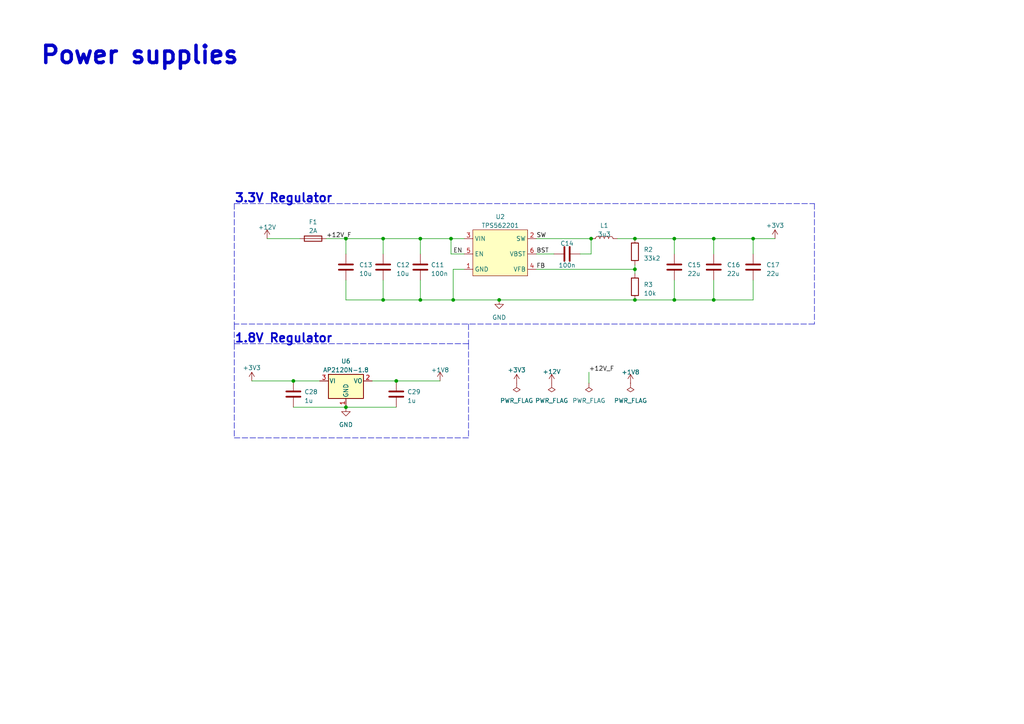
<source format=kicad_sch>
(kicad_sch (version 20230121) (generator eeschema)
  (paper "A4")
  (title_block (title "OBD Monitoring Device") (date "2023-02-27") (company "VUT"))
  (lib_symbols
    (symbol "Device:C" (pin_numbers hide) (pin_names (offset 0.254))
      (property "Reference" "C" (at 0.635 2.54 0))
      (property "Value" "C" (at 0.635 -2.54 0))
      (symbol "C_0_1"
        (polyline (pts (xy -2.032 -0.762) (xy 2.032 -0.762)) (stroke (width 0.508)))
        (polyline (pts (xy -2.032 0.762) (xy 2.032 0.762)) (stroke (width 0.508)))
      )
      (symbol "C_1_1"
        (pin passive line (at 0 3.81 270) (length 2.794) (name "~") (number "1"))
        (pin passive line (at 0 -3.81 90) (length 2.794) (name "~") (number "2"))
      )
    )
    (symbol "Device:Fuse" (pin_numbers hide) (pin_names (offset 0))
      (property "Reference" "F" (at 2.032 0 90))
      (property "Value" "Fuse" (at -1.905 0 90))
      (symbol "Fuse_0_1"
        (rectangle (start -0.762 -2.54) (end 0.762 2.54) (stroke (width 0.254)))
        (polyline (pts (xy 0 2.54) (xy 0 -2.54)))
      )
      (symbol "Fuse_1_1"
        (pin passive line (at 0 3.81 270) (length 1.27) (name "~") (number "1"))
        (pin passive line (at 0 -3.81 90) (length 1.27) (name "~") (number "2"))
      )
    )
    (symbol "Device:L" (pin_numbers hide) (pin_names (offset 1.016) hide)
      (property "Reference" "L" (at -1.27 0 90))
      (property "Value" "L" (at 1.905 0 90))
      (symbol "L_0_1"
        (arc (start 0 -2.54) (mid 0.6323 -1.905) (end 0 -1.27))
        (arc (start 0 -1.27) (mid 0.6323 -0.635) (end 0 0))
        (arc (start 0 0) (mid 0.6323 0.635) (end 0 1.27))
        (arc (start 0 1.27) (mid 0.6323 1.905) (end 0 2.54))
      )
      (symbol "L_1_1"
        (pin passive line (at 0 3.81 270) (length 1.27) (name "1") (number "1"))
        (pin passive line (at 0 -3.81 90) (length 1.27) (name "2") (number "2"))
      )
    )
    (symbol "Device:R" (pin_numbers hide) (pin_names (offset 0))
      (property "Reference" "R" (at 2.032 0 90))
      (property "Value" "R" (at 0 0 90))
      (symbol "R_0_1"
        (rectangle (start -1.016 -2.54) (end 1.016 2.54) (stroke (width 0.254)))
      )
      (symbol "R_1_1"
        (pin passive line (at 0 3.81 270) (length 1.27) (name "~") (number "1"))
        (pin passive line (at 0 -3.81 90) (length 1.27) (name "~") (number "2"))
      )
    )
    (symbol "Regulator_Linear:AP2127N-1.8" (pin_names (offset 0.254))
      (property "Reference" "U" (at -3.81 3.175 0))
      (property "Value" "AP2127N-1.8" (at 0 3.175 0))
      (symbol "AP2127N-1.8_0_1"
        (rectangle (start -5.08 1.905) (end 5.08 -5.08) (stroke (width 0.254)) (fill (type background)))
      )
      (symbol "AP2127N-1.8_1_1"
        (pin power_in line (at 0 -7.62 90) (length 2.54) (name "GND") (number "1"))
        (pin power_out line (at 7.62 0 180) (length 2.54) (name "VO") (number "2"))
        (pin power_in line (at -7.62 0 0) (length 2.54) (name "VI") (number "3"))
      )
    )
    (symbol "power:+12V" (power) (pin_names (offset 0))
      (property "Value" "+12V" (at 0 3.556 0))
      (symbol "+12V_0_1"
        (polyline (pts (xy -0.762 1.27) (xy 0 2.54)))
        (polyline (pts (xy 0 0) (xy 0 2.54)))
        (polyline (pts (xy 0 2.54) (xy 0.762 1.27)))
      )
      (symbol "+12V_1_1"
        (pin power_in line (at 0 0 90) (length 0) hide (name "+12V") (number "1"))
      )
    )
    (symbol "power:+1V8" (power) (pin_names (offset 0))
      (property "Value" "+1V8" (at 0 3.556 0))
      (symbol "+1V8_0_1"
        (polyline (pts (xy -0.762 1.27) (xy 0 2.54)))
        (polyline (pts (xy 0 0) (xy 0 2.54)))
        (polyline (pts (xy 0 2.54) (xy 0.762 1.27)))
      )
      (symbol "+1V8_1_1"
        (pin power_in line (at 0 0 90) (length 0) hide (name "+1V8") (number "1"))
      )
    )
    (symbol "power:+3V3" (power) (pin_names (offset 0))
      (property "Value" "+3V3" (at 0 3.556 0))
      (symbol "+3V3_0_1"
        (polyline (pts (xy -0.762 1.27) (xy 0 2.54)))
        (polyline (pts (xy 0 0) (xy 0 2.54)))
        (polyline (pts (xy 0 2.54) (xy 0.762 1.27)))
      )
      (symbol "+3V3_1_1"
        (pin power_in line (at 0 0 90) (length 0) hide (name "+3V3") (number "1"))
      )
    )
    (symbol "power:GND" (power) (pin_names (offset 0))
      (property "Value" "GND" (at 0 -3.81 0))
      (symbol "GND_0_1"
        (polyline (pts (xy 0 0) (xy 0 -1.27) (xy 1.27 -1.27) (xy 0 -2.54) (xy -1.27 -1.27) (xy 0 -1.27)))
      )
      (symbol "GND_1_1"
        (pin power_in line (at 0 0 270) (length 0) hide (name "GND") (number "1"))
      )
    )
    (symbol "power:PWR_FLAG" (power) (pin_numbers hide) (pin_names (offset 0) hide)
      (property "Value" "PWR_FLAG" (at 0 3.81 0))
      (symbol "PWR_FLAG_0_0"
        (pin power_out line (at 0 0 90) (length 0) (name "pwr") (number "1"))
      )
      (symbol "PWR_FLAG_0_1"
        (polyline (pts (xy 0 0) (xy 0 1.27) (xy -1.016 1.905) (xy 0 2.54) (xy 1.016 1.905) (xy 0 1.27)))
      )
    )
    (symbol "tme_library:TPS562201"
      (property "Reference" "U" (at 0 -9.525 0))
      (property "Value" "TPS562201" (at 0 8.89 0))
      (symbol "TPS562201_0_1"
        (rectangle (start -7.62 6.35) (end 8.255 -6.985) (fill (type background)))
      )
      (symbol "TPS562201_1_1"
        (pin passive line (at -10.16 -5.08 0) (length 2.54) (name "GND") (number "1"))
        (pin bidirectional line (at 10.795 3.81 180) (length 2.54) (name "SW") (number "2"))
        (pin power_in line (at -10.16 3.81 0) (length 2.54) (name "VIN") (number "3"))
        (pin bidirectional line (at 10.795 -5.08 180) (length 2.54) (name "VFB") (number "4"))
        (pin bidirectional line (at -10.16 -0.635 0) (length 2.54) (name "EN") (number "5"))
        (pin bidirectional line (at 10.795 -0.635 180) (length 2.54) (name "VBST") (number "6"))
      )
    )
  )
  (junction (at 121.92 69.215))
  (junction (at 184.15 86.995))
  (junction (at 171.45 69.215))
  (junction (at 111.125 69.215))
  (junction (at 218.44 69.215))
  (junction (at 100.33 69.215))
  (junction (at 184.15 78.105))
  (junction (at 184.15 69.215))
  (junction (at 131.445 86.995))
  (junction (at 114.935 110.49))
  (junction (at 111.125 86.995))
  (junction (at 195.58 69.215))
  (junction (at 195.58 86.995))
  (junction (at 130.81 69.215))
  (junction (at 100.33 118.11))
  (junction (at 144.78 86.995))
  (junction (at 207.01 86.995))
  (junction (at 121.92 86.995))
  (junction (at 207.01 69.215))
  (junction (at 85.09 110.49))
  (wire (pts (xy 121.92 86.995) (xy 131.445 86.995)))
  (wire (pts (xy 94.615 69.215) (xy 100.33 69.215)))
  (wire (pts (xy 131.445 86.995) (xy 144.78 86.995)))
  (wire (pts (xy 85.09 110.49) (xy 92.71 110.49)))
  (wire (pts (xy 155.575 73.66) (xy 160.655 73.66)))
  (wire (pts (xy 179.07 69.215) (xy 184.15 69.215)))
  (polyline (pts (xy 67.945 93.98) (xy 67.945 99.695)) (stroke (width 0) (type dash)))
  (wire (pts (xy 207.01 86.995) (xy 218.44 86.995)))
  (wire (pts (xy 134.62 73.66) (xy 130.81 73.66)))
  (polyline (pts (xy 236.22 59.055) (xy 236.22 93.98)) (stroke (width 0) (type dash)))
  (wire (pts (xy 86.995 69.215) (xy 77.47 69.215)))
  (wire (pts (xy 100.33 73.66) (xy 100.33 69.215)))
  (wire (pts (xy 111.125 86.995) (xy 121.92 86.995)))
  (wire (pts (xy 111.125 73.66) (xy 111.125 69.215)))
  (wire (pts (xy 85.09 118.11) (xy 100.33 118.11)))
  (wire (pts (xy 111.125 81.28) (xy 111.125 86.995)))
  (wire (pts (xy 131.445 78.105) (xy 131.445 86.995)))
  (wire (pts (xy 184.15 69.215) (xy 195.58 69.215)))
  (wire (pts (xy 155.575 78.105) (xy 184.15 78.105)))
  (polyline (pts (xy 67.945 59.055) (xy 67.945 93.98)) (stroke (width 0) (type dash)))
  (wire (pts (xy 195.58 81.28) (xy 195.58 86.995)))
  (wire (pts (xy 100.33 81.28) (xy 100.33 86.995)))
  (wire (pts (xy 195.58 73.66) (xy 195.58 69.215)))
  (wire (pts (xy 195.58 69.215) (xy 207.01 69.215)))
  (polyline (pts (xy 135.89 93.98) (xy 135.89 99.695)) (stroke (width 0) (type dash)))
  (wire (pts (xy 207.01 81.28) (xy 207.01 86.995)))
  (wire (pts (xy 121.92 69.215) (xy 130.81 69.215)))
  (wire (pts (xy 100.33 69.215) (xy 111.125 69.215)))
  (wire (pts (xy 218.44 81.28) (xy 218.44 86.995)))
  (wire (pts (xy 218.44 69.215) (xy 224.79 69.215)))
  (wire (pts (xy 195.58 86.995) (xy 184.15 86.995)))
  (wire (pts (xy 73.025 110.49) (xy 85.09 110.49)))
  (wire (pts (xy 134.62 78.105) (xy 131.445 78.105)))
  (wire (pts (xy 121.92 81.28) (xy 121.92 86.995)))
  (polyline (pts (xy 67.945 99.695) (xy 67.945 127)) (stroke (width 0) (type dash)))
  (wire (pts (xy 111.125 69.215) (xy 121.92 69.215)))
  (polyline (pts (xy 67.945 99.695) (xy 135.89 99.695)) (stroke (width 0) (type dash)))
  (wire (pts (xy 130.81 69.215) (xy 134.62 69.215)))
  (wire (pts (xy 170.815 107.95) (xy 170.815 111.125)))
  (wire (pts (xy 218.44 73.66) (xy 218.44 69.215)))
  (wire (pts (xy 184.15 78.105) (xy 184.15 79.375)))
  (polyline (pts (xy 135.89 99.695) (xy 135.89 127)) (stroke (width 0) (type dash)))
  (wire (pts (xy 195.58 86.995) (xy 207.01 86.995)))
  (wire (pts (xy 184.15 78.105) (xy 184.15 76.835)))
  (wire (pts (xy 218.44 69.215) (xy 207.01 69.215)))
  (wire (pts (xy 155.575 69.215) (xy 171.45 69.215)))
  (wire (pts (xy 171.45 73.66) (xy 171.45 69.215)))
  (wire (pts (xy 100.33 118.11) (xy 114.935 118.11)))
  (wire (pts (xy 100.33 86.995) (xy 111.125 86.995)))
  (polyline (pts (xy 135.89 127) (xy 67.945 127)) (stroke (width 0) (type dash)))
  (wire (pts (xy 114.935 110.49) (xy 127.635 110.49)))
  (polyline (pts (xy 67.945 59.055) (xy 236.22 59.055)) (stroke (width 0) (type dash)))
  (wire (pts (xy 168.275 73.66) (xy 171.45 73.66)))
  (wire (pts (xy 130.81 73.66) (xy 130.81 69.215)))
  (polyline (pts (xy 236.22 93.98) (xy 67.945 93.98)) (stroke (width 0) (type dash)))
  (wire (pts (xy 107.95 110.49) (xy 114.935 110.49)))
  (wire (pts (xy 121.92 73.66) (xy 121.92 69.215)))
  (wire (pts (xy 207.01 73.66) (xy 207.01 69.215)))
  (wire (pts (xy 144.78 86.995) (xy 184.15 86.995)))
  (text "3.3V Regulator" (at 67.945 59.055 0) (effects (font (size 2.5 2.5) (thickness 0.5) bold) (justify left bottom)))
  (text "Power supplies" (at 11.43 19.05 0) (effects (font (size 5 5) (thickness 1) bold) (justify left bottom)))
  (text "1.8V Regulator" (at 67.945 99.695 0) (effects (font (size 2.5 2.5) (thickness 0.5) bold) (justify left bottom)))
  (label "FB" (at 155.575 78.105 0))
  (label "+12V_F" (at 94.615 69.215 0))
  (label "SW" (at 155.575 69.215 0))
  (label "+12V_F" (at 170.815 107.95 0))
  (label "BST" (at 155.575 73.66 0))
  (label "EN" (at 131.445 73.66 0))
  (symbol (lib_id "Device:C") (at 218.44 77.47 0) (unit 1)
    (property "Reference" "C17" (at 222.25 76.835 0) (effects (justify left)))
    (property "Value" "22u" (at 222.25 79.375 0) (effects (justify left)))
    (property "Footprint" "Capacitor_SMD:C_0805_2012Metric" (effects hide))
  )
  (symbol (lib_id "Device:C") (at 164.465 73.66 270) (unit 1)
    (property "Reference" "C14" (at 164.465 70.612 90))
    (property "Value" "100n" (at 164.465 76.962 90))
    (property "Footprint" "Capacitor_SMD:C_0402_1005Metric" (effects hide))
  )
  (symbol (lib_id "power:PWR_FLAG") (at 170.815 111.125 180) (unit 1)
    (property "Reference" "#FLG01" (effects hide))
    (property "Value" "PWR_FLAG" (at 170.815 116.205 0))
    (instances (project "iot_diagnostic_tool" (path "" (reference "#FLG01") (unit 1)) (path "" (reference "#FLG03") (unit 1))))
  )
  (symbol (lib_id "Device:Fuse") (at 90.805 69.215 90) (unit 1)
    (property "Reference" "F1" (at 90.805 64.389 90))
    (property "Value" "2A" (at 90.805 66.929 90))
    (property "Footprint" "Fuse:Fuse_0603_1608Metric_Pad1.05x0.95mm_HandSolder" (effects hide))
  )
  (symbol (lib_id "power:PWR_FLAG") (at 182.88 111.125 180) (unit 1)
    (property "Reference" "#FLG01" (effects hide))
    (property "Value" "PWR_FLAG" (at 182.88 116.205 0))
    (instances (project "iot_diagnostic_tool" (path "" (reference "#FLG01") (unit 1)) (path "" (reference "#FLG04") (unit 1))))
  )
  (symbol (lib_id "power:PWR_FLAG") (at 149.86 111.125 180) (unit 1)
    (property "Reference" "#FLG01" (effects hide))
    (property "Value" "PWR_FLAG" (at 149.86 116.205 0))
  )
  (symbol (lib_id "power:GND") (at 144.78 86.995 0) (unit 1)
    (property "Reference" "#PWR09" (effects hide))
    (property "Value" "GND" (at 144.78 92.075 0))
  )
  (symbol (lib_id "Device:C") (at 111.125 77.47 0) (unit 1)
    (property "Reference" "C12" (at 114.935 76.835 0) (effects (justify left)))
    (property "Value" "10u" (at 114.935 79.375 0) (effects (justify left)))
    (property "Footprint" "Capacitor_SMD:C_0603_1608Metric" (effects hide))
  )
  (symbol (lib_id "Device:C") (at 114.935 114.3 0) (unit 1)
    (property "Reference" "C29" (at 118.11 113.665 0) (effects (justify left)))
    (property "Value" "1u" (at 118.11 116.205 0) (effects (justify left)))
    (property "Footprint" "Capacitor_SMD:C_0603_1608Metric" (effects hide))
  )
  (symbol (lib_id "Device:C") (at 195.58 77.47 0) (unit 1)
    (property "Reference" "C15" (at 199.39 76.835 0) (effects (justify left)))
    (property "Value" "22u" (at 199.39 79.375 0) (effects (justify left)))
    (property "Footprint" "Capacitor_SMD:C_0805_2012Metric" (effects hide))
  )
  (symbol (lib_id "power:PWR_FLAG") (at 160.02 111.125 180) (unit 1)
    (property "Reference" "#FLG01" (effects hide))
    (property "Value" "PWR_FLAG" (at 160.02 116.205 0))
    (instances (project "iot_diagnostic_tool" (path "" (reference "#FLG01") (unit 1)) (path "" (reference "#FLG02") (unit 1))))
  )
  (symbol (lib_id "power:+12V") (at 160.02 111.125 0) (unit 1)
    (property "Reference" "#PWR066" (effects hide))
    (property "Value" "+12V" (at 160.02 107.823 0))
  )
  (symbol (lib_id "Device:R") (at 184.15 73.025 0) (unit 1)
    (property "Reference" "R2" (at 186.69 72.39 0) (effects (justify left)))
    (property "Value" "33k2" (at 186.69 74.93 0) (effects (justify left)))
    (property "Footprint" "Resistor_SMD:R_0402_1005Metric_Pad0.72x0.64mm_HandSolder" (effects hide))
  )
  (symbol (lib_id "power:+3V3") (at 73.025 110.49 0) (unit 1)
    (property "Reference" "#PWR029" (effects hide))
    (property "Value" "+3V3" (at 73.025 106.68 0))
    (instances (project "iot_diagnostic_tool" (path "" (reference "#PWR029") (unit 1)) (path "" (reference "#PWR065") (unit 1))))
  )
  (symbol (lib_id "Device:C") (at 207.01 77.47 0) (unit 1)
    (property "Reference" "C16" (at 210.82 76.835 0) (effects (justify left)))
    (property "Value" "22u" (at 210.82 79.375 0) (effects (justify left)))
    (property "Footprint" "Capacitor_SMD:C_0805_2012Metric" (effects hide))
  )
  (symbol (lib_id "power:+3V3") (at 149.86 111.125 0) (unit 1)
    (property "Reference" "#PWR065" (effects hide))
    (property "Value" "+3V3" (at 149.86 107.315 0))
  )
  (symbol (lib_id "Device:R") (at 184.15 83.185 0) (unit 1)
    (property "Reference" "R3" (at 186.69 82.55 0) (effects (justify left)))
    (property "Value" "10k" (at 186.69 85.09 0) (effects (justify left)))
    (property "Footprint" "Resistor_SMD:R_0402_1005Metric_Pad0.72x0.64mm_HandSolder" (effects hide))
  )
  (symbol (lib_id "power:+1V8") (at 182.88 111.125 0) (unit 1)
    (property "Reference" "#PWR067" (effects hide))
    (property "Value" "+1V8" (at 182.88 107.95 0))
  )
  (symbol (lib_id "Device:C") (at 85.09 114.3 0) (unit 1)
    (property "Reference" "C28" (at 88.265 113.665 0) (effects (justify left)))
    (property "Value" "1u" (at 88.265 116.205 0) (effects (justify left)))
    (property "Footprint" "Capacitor_SMD:C_0603_1608Metric" (effects hide))
  )
  (symbol (lib_id "power:+3V3") (at 224.79 69.215 0) (unit 1)
    (property "Reference" "#PWR010" (effects hide))
    (property "Value" "+3V3" (at 224.79 65.405 0))
  )
  (symbol (lib_id "power:GND") (at 100.33 118.11 0) (unit 1)
    (property "Reference" "#PWR028" (effects hide))
    (property "Value" "GND" (at 100.33 123.19 0))
  )
  (symbol (lib_id "Device:C") (at 121.92 77.47 0) (unit 1)
    (property "Reference" "C11" (at 124.968 76.835 0) (effects (justify left)))
    (property "Value" "100n" (at 124.968 79.375 0) (effects (justify left)))
    (property "Footprint" "Capacitor_SMD:C_0402_1005Metric" (effects hide))
  )
  (symbol (lib_id "power:+12V") (at 77.47 69.215 0) (unit 1)
    (property "Reference" "#PWR08" (effects hide))
    (property "Value" "+12V" (at 77.47 65.913 0))
  )
  (symbol (lib_id "Device:L") (at 175.26 69.215 90) (unit 1)
    (property "Reference" "L1" (at 175.26 65.405 90))
    (property "Value" "3u3" (at 175.26 67.945 90))
    (property "Footprint" "tme_library:VLS6045AF" (effects hide))
  )
  (symbol (lib_id "Device:C") (at 100.33 77.47 0) (unit 1)
    (property "Reference" "C13" (at 104.14 76.835 0) (effects (justify left)))
    (property "Value" "10u" (at 104.14 79.375 0) (effects (justify left)))
    (property "Footprint" "Capacitor_SMD:C_0603_1608Metric" (effects hide))
  )
  (symbol (lib_id "Regulator_Linear:AP2127N-1.8") (at 100.33 110.49 0) (unit 1)
    (property "Reference" "U6" (at 100.33 104.775 0))
    (property "Value" "AP2120N-1.8" (at 100.33 107.315 0))
    (property "Footprint" "Package_TO_SOT_SMD:SOT-23_Handsoldering" (effects hide))
    (property "Datasheet" "https://www.diodes.com/assets/Datasheets/AP2127.pdf" (effects hide))
  )
  (symbol (lib_id "power:+1V8") (at 127.635 110.49 0) (unit 1)
    (property "Reference" "#PWR030" (effects hide))
    (property "Value" "+1V8" (at 127.635 107.315 0))
  )
  (symbol (lib_id "tme_library:TPS562201") (at 144.78 73.025 0) (unit 1)
    (property "Reference" "U2" (at 145.0975 62.865 0))
    (property "Value" "TPS562201" (at 145.0975 65.405 0))
    (property "Footprint" "Package_TO_SOT_SMD:SOT-23-6" (effects hide))
  )
)
</source>
